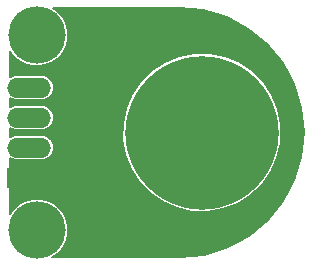
<source format=gbr>
G04 #@! TF.FileFunction,Copper,L2,Bot,Signal*
%FSLAX46Y46*%
G04 Gerber Fmt 4.6, Leading zero omitted, Abs format (unit mm)*
G04 Created by KiCad (PCBNEW 4.0.2+dfsg1-stable) date ons 15 feb 2017 12:04:56 CET*
%MOMM*%
G01*
G04 APERTURE LIST*
%ADD10C,0.150000*%
%ADD11C,4.850000*%
%ADD12R,3.700000X1.727200*%
%ADD13O,3.700000X1.727200*%
%ADD14C,13.000000*%
%ADD15C,0.200000*%
G04 APERTURE END LIST*
D10*
D11*
X2540000Y19050000D03*
D12*
X1905000Y6985000D03*
D13*
X1905000Y9525000D03*
X1905000Y12065000D03*
X1905000Y14605000D03*
D11*
X2540000Y2540000D03*
D14*
X16510000Y10795000D03*
D15*
G36*
X16652969Y21137996D02*
X18622930Y20543229D01*
X20439853Y19577155D01*
X22034523Y18276573D01*
X23346209Y16691015D01*
X24324941Y14880890D01*
X24933448Y12915121D01*
X25149783Y10856816D01*
X25149958Y10806798D01*
X24947996Y8747031D01*
X24353228Y6777067D01*
X23387156Y4960150D01*
X22086573Y3365477D01*
X20501019Y2053792D01*
X18690890Y1075059D01*
X16725121Y466552D01*
X14666826Y250217D01*
X14604701Y250000D01*
X3868045Y250000D01*
X4176304Y445627D01*
X4551940Y803340D01*
X4850942Y1227202D01*
X5061921Y1701069D01*
X5176840Y2206890D01*
X5185113Y2799356D01*
X5084362Y3308188D01*
X4886696Y3787761D01*
X4599646Y4219806D01*
X4234144Y4587869D01*
X3804113Y4877928D01*
X3325932Y5078937D01*
X2817816Y5183238D01*
X2299117Y5186860D01*
X1789593Y5089663D01*
X1308653Y4895350D01*
X874614Y4611323D01*
X504009Y4248400D01*
X250000Y3877429D01*
X250000Y8669829D01*
X296386Y8630907D01*
X481709Y8529025D01*
X683291Y8465079D01*
X893455Y8441506D01*
X908584Y8441400D01*
X2901416Y8441400D01*
X3111888Y8462037D01*
X3314344Y8523162D01*
X3501071Y8622447D01*
X3664958Y8756109D01*
X3799761Y8919059D01*
X3900347Y9105088D01*
X3962884Y9307112D01*
X3984990Y9517435D01*
X3965822Y9728046D01*
X3906112Y9930924D01*
X3808134Y10118340D01*
X3718386Y10229964D01*
X9781167Y10229964D01*
X10019066Y8933755D01*
X10504203Y7708439D01*
X11218098Y6600690D01*
X12133561Y5652701D01*
X13215720Y4900581D01*
X14423358Y4372977D01*
X15710475Y4089986D01*
X17028046Y4062386D01*
X18325885Y4291230D01*
X19554557Y4767801D01*
X20667263Y5473946D01*
X21621620Y6382768D01*
X22381278Y7459650D01*
X22917300Y8663575D01*
X23209269Y9948685D01*
X23230288Y11453930D01*
X22974314Y12746692D01*
X22472117Y13965114D01*
X21742824Y15062787D01*
X20814215Y15997902D01*
X19721660Y16734840D01*
X18506773Y17245531D01*
X17215830Y17510524D01*
X15898002Y17519724D01*
X14603485Y17272782D01*
X13381587Y16779103D01*
X12278848Y16057491D01*
X11337273Y15135433D01*
X10592726Y14048049D01*
X10073566Y12836757D01*
X9799567Y11547696D01*
X9781167Y10229964D01*
X3718386Y10229964D01*
X3675619Y10283155D01*
X3513614Y10419093D01*
X3328291Y10520975D01*
X3126709Y10584921D01*
X2916545Y10608494D01*
X2901416Y10608600D01*
X908584Y10608600D01*
X698112Y10587963D01*
X495656Y10526838D01*
X308929Y10427553D01*
X250000Y10379492D01*
X250000Y11209829D01*
X296386Y11170907D01*
X481709Y11069025D01*
X683291Y11005079D01*
X893455Y10981506D01*
X908584Y10981400D01*
X2901416Y10981400D01*
X3111888Y11002037D01*
X3314344Y11063162D01*
X3501071Y11162447D01*
X3664958Y11296109D01*
X3799761Y11459059D01*
X3900347Y11645088D01*
X3962884Y11847112D01*
X3984990Y12057435D01*
X3965822Y12268046D01*
X3906112Y12470924D01*
X3808134Y12658340D01*
X3675619Y12823155D01*
X3513614Y12959093D01*
X3328291Y13060975D01*
X3126709Y13124921D01*
X2916545Y13148494D01*
X2901416Y13148600D01*
X908584Y13148600D01*
X698112Y13127963D01*
X495656Y13066838D01*
X308929Y12967553D01*
X250000Y12919492D01*
X250000Y13749829D01*
X296386Y13710907D01*
X481709Y13609025D01*
X683291Y13545079D01*
X893455Y13521506D01*
X908584Y13521400D01*
X2901416Y13521400D01*
X3111888Y13542037D01*
X3314344Y13603162D01*
X3501071Y13702447D01*
X3664958Y13836109D01*
X3799761Y13999059D01*
X3900347Y14185088D01*
X3962884Y14387112D01*
X3984990Y14597435D01*
X3965822Y14808046D01*
X3906112Y15010924D01*
X3808134Y15198340D01*
X3675619Y15363155D01*
X3513614Y15499093D01*
X3328291Y15600975D01*
X3126709Y15664921D01*
X2916545Y15688494D01*
X2901416Y15688600D01*
X908584Y15688600D01*
X698112Y15667963D01*
X495656Y15606838D01*
X308929Y15507553D01*
X250000Y15459492D01*
X250000Y17720473D01*
X457101Y17399115D01*
X817428Y17025985D01*
X1243368Y16729949D01*
X1718695Y16522284D01*
X2225306Y16410898D01*
X2743904Y16400035D01*
X3254735Y16490108D01*
X3738341Y16677687D01*
X4176304Y16955627D01*
X4551940Y17313340D01*
X4850942Y17737202D01*
X5061921Y18211069D01*
X5176840Y18716890D01*
X5185113Y19309356D01*
X5084362Y19818188D01*
X4886696Y20297761D01*
X4599646Y20729806D01*
X4234144Y21097869D01*
X3875169Y21340000D01*
X14592771Y21340000D01*
X16652969Y21137996D01*
X16652969Y21137996D01*
G37*
X16652969Y21137996D02*
X18622930Y20543229D01*
X20439853Y19577155D01*
X22034523Y18276573D01*
X23346209Y16691015D01*
X24324941Y14880890D01*
X24933448Y12915121D01*
X25149783Y10856816D01*
X25149958Y10806798D01*
X24947996Y8747031D01*
X24353228Y6777067D01*
X23387156Y4960150D01*
X22086573Y3365477D01*
X20501019Y2053792D01*
X18690890Y1075059D01*
X16725121Y466552D01*
X14666826Y250217D01*
X14604701Y250000D01*
X3868045Y250000D01*
X4176304Y445627D01*
X4551940Y803340D01*
X4850942Y1227202D01*
X5061921Y1701069D01*
X5176840Y2206890D01*
X5185113Y2799356D01*
X5084362Y3308188D01*
X4886696Y3787761D01*
X4599646Y4219806D01*
X4234144Y4587869D01*
X3804113Y4877928D01*
X3325932Y5078937D01*
X2817816Y5183238D01*
X2299117Y5186860D01*
X1789593Y5089663D01*
X1308653Y4895350D01*
X874614Y4611323D01*
X504009Y4248400D01*
X250000Y3877429D01*
X250000Y8669829D01*
X296386Y8630907D01*
X481709Y8529025D01*
X683291Y8465079D01*
X893455Y8441506D01*
X908584Y8441400D01*
X2901416Y8441400D01*
X3111888Y8462037D01*
X3314344Y8523162D01*
X3501071Y8622447D01*
X3664958Y8756109D01*
X3799761Y8919059D01*
X3900347Y9105088D01*
X3962884Y9307112D01*
X3984990Y9517435D01*
X3965822Y9728046D01*
X3906112Y9930924D01*
X3808134Y10118340D01*
X3718386Y10229964D01*
X9781167Y10229964D01*
X10019066Y8933755D01*
X10504203Y7708439D01*
X11218098Y6600690D01*
X12133561Y5652701D01*
X13215720Y4900581D01*
X14423358Y4372977D01*
X15710475Y4089986D01*
X17028046Y4062386D01*
X18325885Y4291230D01*
X19554557Y4767801D01*
X20667263Y5473946D01*
X21621620Y6382768D01*
X22381278Y7459650D01*
X22917300Y8663575D01*
X23209269Y9948685D01*
X23230288Y11453930D01*
X22974314Y12746692D01*
X22472117Y13965114D01*
X21742824Y15062787D01*
X20814215Y15997902D01*
X19721660Y16734840D01*
X18506773Y17245531D01*
X17215830Y17510524D01*
X15898002Y17519724D01*
X14603485Y17272782D01*
X13381587Y16779103D01*
X12278848Y16057491D01*
X11337273Y15135433D01*
X10592726Y14048049D01*
X10073566Y12836757D01*
X9799567Y11547696D01*
X9781167Y10229964D01*
X3718386Y10229964D01*
X3675619Y10283155D01*
X3513614Y10419093D01*
X3328291Y10520975D01*
X3126709Y10584921D01*
X2916545Y10608494D01*
X2901416Y10608600D01*
X908584Y10608600D01*
X698112Y10587963D01*
X495656Y10526838D01*
X308929Y10427553D01*
X250000Y10379492D01*
X250000Y11209829D01*
X296386Y11170907D01*
X481709Y11069025D01*
X683291Y11005079D01*
X893455Y10981506D01*
X908584Y10981400D01*
X2901416Y10981400D01*
X3111888Y11002037D01*
X3314344Y11063162D01*
X3501071Y11162447D01*
X3664958Y11296109D01*
X3799761Y11459059D01*
X3900347Y11645088D01*
X3962884Y11847112D01*
X3984990Y12057435D01*
X3965822Y12268046D01*
X3906112Y12470924D01*
X3808134Y12658340D01*
X3675619Y12823155D01*
X3513614Y12959093D01*
X3328291Y13060975D01*
X3126709Y13124921D01*
X2916545Y13148494D01*
X2901416Y13148600D01*
X908584Y13148600D01*
X698112Y13127963D01*
X495656Y13066838D01*
X308929Y12967553D01*
X250000Y12919492D01*
X250000Y13749829D01*
X296386Y13710907D01*
X481709Y13609025D01*
X683291Y13545079D01*
X893455Y13521506D01*
X908584Y13521400D01*
X2901416Y13521400D01*
X3111888Y13542037D01*
X3314344Y13603162D01*
X3501071Y13702447D01*
X3664958Y13836109D01*
X3799761Y13999059D01*
X3900347Y14185088D01*
X3962884Y14387112D01*
X3984990Y14597435D01*
X3965822Y14808046D01*
X3906112Y15010924D01*
X3808134Y15198340D01*
X3675619Y15363155D01*
X3513614Y15499093D01*
X3328291Y15600975D01*
X3126709Y15664921D01*
X2916545Y15688494D01*
X2901416Y15688600D01*
X908584Y15688600D01*
X698112Y15667963D01*
X495656Y15606838D01*
X308929Y15507553D01*
X250000Y15459492D01*
X250000Y17720473D01*
X457101Y17399115D01*
X817428Y17025985D01*
X1243368Y16729949D01*
X1718695Y16522284D01*
X2225306Y16410898D01*
X2743904Y16400035D01*
X3254735Y16490108D01*
X3738341Y16677687D01*
X4176304Y16955627D01*
X4551940Y17313340D01*
X4850942Y17737202D01*
X5061921Y18211069D01*
X5176840Y18716890D01*
X5185113Y19309356D01*
X5084362Y19818188D01*
X4886696Y20297761D01*
X4599646Y20729806D01*
X4234144Y21097869D01*
X3875169Y21340000D01*
X14592771Y21340000D01*
X16652969Y21137996D01*
M02*

</source>
